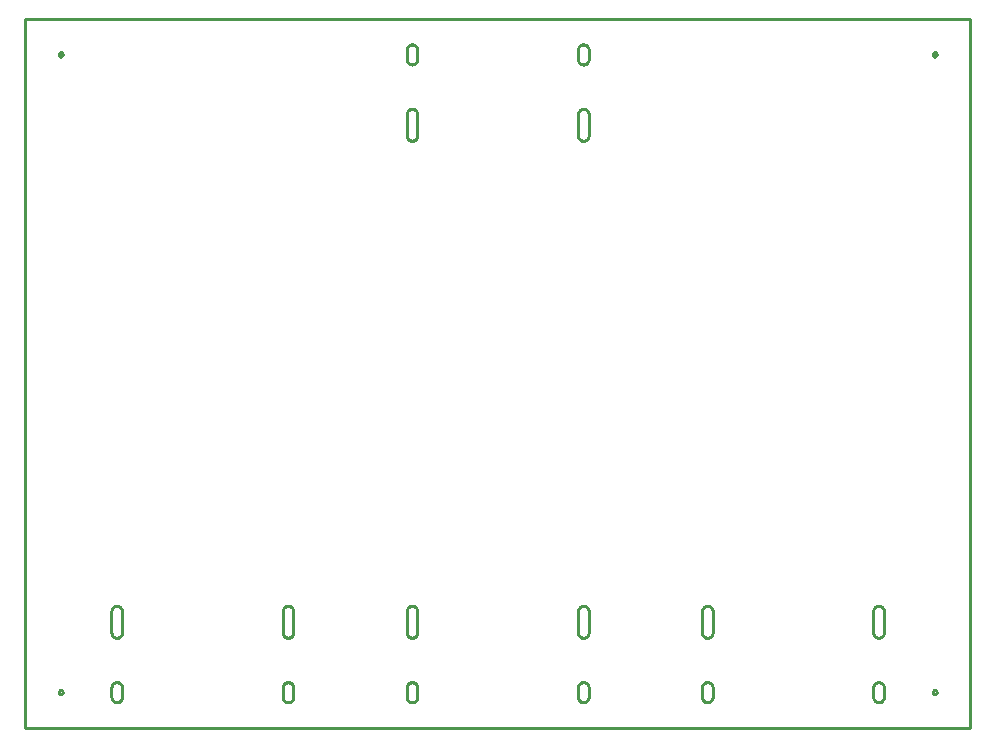
<source format=gbr>
G04 EAGLE Gerber RS-274X export*
G75*
%MOMM*%
%FSLAX34Y34*%
%LPD*%
%IN*%
%IPPOS*%
%AMOC8*
5,1,8,0,0,1.08239X$1,22.5*%
G01*
%ADD10C,0.254000*%


D10*
X0Y0D02*
X800000Y0D01*
X800000Y600000D01*
X0Y600000D01*
X0Y0D01*
X323000Y26000D02*
X323017Y25608D01*
X323068Y25219D01*
X323153Y24835D01*
X323271Y24461D01*
X323422Y24098D01*
X323603Y23750D01*
X323814Y23419D01*
X324053Y23107D01*
X324318Y22818D01*
X324607Y22553D01*
X324919Y22314D01*
X325250Y22103D01*
X325598Y21922D01*
X325961Y21771D01*
X326335Y21653D01*
X326719Y21568D01*
X327108Y21517D01*
X327500Y21500D01*
X327892Y21517D01*
X328281Y21568D01*
X328665Y21653D01*
X329039Y21771D01*
X329402Y21922D01*
X329750Y22103D01*
X330081Y22314D01*
X330393Y22553D01*
X330682Y22818D01*
X330947Y23107D01*
X331186Y23419D01*
X331397Y23750D01*
X331578Y24098D01*
X331729Y24461D01*
X331847Y24835D01*
X331932Y25219D01*
X331983Y25608D01*
X332000Y26000D01*
X332000Y34000D01*
X331983Y34392D01*
X331932Y34781D01*
X331847Y35165D01*
X331729Y35539D01*
X331578Y35902D01*
X331397Y36250D01*
X331186Y36581D01*
X330947Y36893D01*
X330682Y37182D01*
X330393Y37447D01*
X330081Y37686D01*
X329750Y37897D01*
X329402Y38078D01*
X329039Y38229D01*
X328665Y38347D01*
X328281Y38432D01*
X327892Y38483D01*
X327500Y38500D01*
X327108Y38483D01*
X326719Y38432D01*
X326335Y38347D01*
X325961Y38229D01*
X325598Y38078D01*
X325250Y37897D01*
X324919Y37686D01*
X324607Y37447D01*
X324318Y37182D01*
X324053Y36893D01*
X323814Y36581D01*
X323603Y36250D01*
X323422Y35902D01*
X323271Y35539D01*
X323153Y35165D01*
X323068Y34781D01*
X323017Y34392D01*
X323000Y34000D01*
X323000Y26000D01*
X323000Y80600D02*
X323017Y80208D01*
X323068Y79819D01*
X323153Y79435D01*
X323271Y79061D01*
X323422Y78698D01*
X323603Y78350D01*
X323814Y78019D01*
X324053Y77707D01*
X324318Y77418D01*
X324607Y77153D01*
X324919Y76914D01*
X325250Y76703D01*
X325598Y76522D01*
X325961Y76371D01*
X326335Y76253D01*
X326719Y76168D01*
X327108Y76117D01*
X327500Y76100D01*
X327892Y76117D01*
X328281Y76168D01*
X328665Y76253D01*
X329039Y76371D01*
X329402Y76522D01*
X329750Y76703D01*
X330081Y76914D01*
X330393Y77153D01*
X330682Y77418D01*
X330947Y77707D01*
X331186Y78019D01*
X331397Y78350D01*
X331578Y78698D01*
X331729Y79061D01*
X331847Y79435D01*
X331932Y79819D01*
X331983Y80208D01*
X332000Y80600D01*
X332000Y98600D01*
X331983Y98992D01*
X331932Y99381D01*
X331847Y99765D01*
X331729Y100139D01*
X331578Y100502D01*
X331397Y100850D01*
X331186Y101181D01*
X330947Y101493D01*
X330682Y101782D01*
X330393Y102047D01*
X330081Y102286D01*
X329750Y102497D01*
X329402Y102678D01*
X329039Y102829D01*
X328665Y102947D01*
X328281Y103032D01*
X327892Y103083D01*
X327500Y103100D01*
X327108Y103083D01*
X326719Y103032D01*
X326335Y102947D01*
X325961Y102829D01*
X325598Y102678D01*
X325250Y102497D01*
X324919Y102286D01*
X324607Y102047D01*
X324318Y101782D01*
X324053Y101493D01*
X323814Y101181D01*
X323603Y100850D01*
X323422Y100502D01*
X323271Y100139D01*
X323153Y99765D01*
X323068Y99381D01*
X323017Y98992D01*
X323000Y98600D01*
X323000Y80600D01*
X573000Y80600D02*
X573017Y80208D01*
X573068Y79819D01*
X573153Y79435D01*
X573271Y79061D01*
X573422Y78698D01*
X573603Y78350D01*
X573814Y78019D01*
X574053Y77707D01*
X574318Y77418D01*
X574607Y77153D01*
X574919Y76914D01*
X575250Y76703D01*
X575598Y76522D01*
X575961Y76371D01*
X576335Y76253D01*
X576719Y76168D01*
X577108Y76117D01*
X577500Y76100D01*
X577892Y76117D01*
X578281Y76168D01*
X578665Y76253D01*
X579039Y76371D01*
X579402Y76522D01*
X579750Y76703D01*
X580081Y76914D01*
X580393Y77153D01*
X580682Y77418D01*
X580947Y77707D01*
X581186Y78019D01*
X581397Y78350D01*
X581578Y78698D01*
X581729Y79061D01*
X581847Y79435D01*
X581932Y79819D01*
X581983Y80208D01*
X582000Y80600D01*
X582000Y98600D01*
X581983Y98992D01*
X581932Y99381D01*
X581847Y99765D01*
X581729Y100139D01*
X581578Y100502D01*
X581397Y100850D01*
X581186Y101181D01*
X580947Y101493D01*
X580682Y101782D01*
X580393Y102047D01*
X580081Y102286D01*
X579750Y102497D01*
X579402Y102678D01*
X579039Y102829D01*
X578665Y102947D01*
X578281Y103032D01*
X577892Y103083D01*
X577500Y103100D01*
X577108Y103083D01*
X576719Y103032D01*
X576335Y102947D01*
X575961Y102829D01*
X575598Y102678D01*
X575250Y102497D01*
X574919Y102286D01*
X574607Y102047D01*
X574318Y101782D01*
X574053Y101493D01*
X573814Y101181D01*
X573603Y100850D01*
X573422Y100502D01*
X573271Y100139D01*
X573153Y99765D01*
X573068Y99381D01*
X573017Y98992D01*
X573000Y98600D01*
X573000Y80600D01*
X573000Y26000D02*
X573017Y25608D01*
X573068Y25219D01*
X573153Y24835D01*
X573271Y24461D01*
X573422Y24098D01*
X573603Y23750D01*
X573814Y23419D01*
X574053Y23107D01*
X574318Y22818D01*
X574607Y22553D01*
X574919Y22314D01*
X575250Y22103D01*
X575598Y21922D01*
X575961Y21771D01*
X576335Y21653D01*
X576719Y21568D01*
X577108Y21517D01*
X577500Y21500D01*
X577892Y21517D01*
X578281Y21568D01*
X578665Y21653D01*
X579039Y21771D01*
X579402Y21922D01*
X579750Y22103D01*
X580081Y22314D01*
X580393Y22553D01*
X580682Y22818D01*
X580947Y23107D01*
X581186Y23419D01*
X581397Y23750D01*
X581578Y24098D01*
X581729Y24461D01*
X581847Y24835D01*
X581932Y25219D01*
X581983Y25608D01*
X582000Y26000D01*
X582000Y34000D01*
X581983Y34392D01*
X581932Y34781D01*
X581847Y35165D01*
X581729Y35539D01*
X581578Y35902D01*
X581397Y36250D01*
X581186Y36581D01*
X580947Y36893D01*
X580682Y37182D01*
X580393Y37447D01*
X580081Y37686D01*
X579750Y37897D01*
X579402Y38078D01*
X579039Y38229D01*
X578665Y38347D01*
X578281Y38432D01*
X577892Y38483D01*
X577500Y38500D01*
X577108Y38483D01*
X576719Y38432D01*
X576335Y38347D01*
X575961Y38229D01*
X575598Y38078D01*
X575250Y37897D01*
X574919Y37686D01*
X574607Y37447D01*
X574318Y37182D01*
X574053Y36893D01*
X573814Y36581D01*
X573603Y36250D01*
X573422Y35902D01*
X573271Y35539D01*
X573153Y35165D01*
X573068Y34781D01*
X573017Y34392D01*
X573000Y34000D01*
X573000Y26000D01*
X323000Y501400D02*
X323017Y501008D01*
X323068Y500619D01*
X323153Y500235D01*
X323271Y499861D01*
X323422Y499498D01*
X323603Y499150D01*
X323814Y498819D01*
X324053Y498507D01*
X324318Y498218D01*
X324607Y497953D01*
X324919Y497714D01*
X325250Y497503D01*
X325598Y497322D01*
X325961Y497171D01*
X326335Y497053D01*
X326719Y496968D01*
X327108Y496917D01*
X327500Y496900D01*
X327892Y496917D01*
X328281Y496968D01*
X328665Y497053D01*
X329039Y497171D01*
X329402Y497322D01*
X329750Y497503D01*
X330081Y497714D01*
X330393Y497953D01*
X330682Y498218D01*
X330947Y498507D01*
X331186Y498819D01*
X331397Y499150D01*
X331578Y499498D01*
X331729Y499861D01*
X331847Y500235D01*
X331932Y500619D01*
X331983Y501008D01*
X332000Y501400D01*
X332000Y519400D01*
X331983Y519792D01*
X331932Y520181D01*
X331847Y520565D01*
X331729Y520939D01*
X331578Y521302D01*
X331397Y521650D01*
X331186Y521981D01*
X330947Y522293D01*
X330682Y522582D01*
X330393Y522847D01*
X330081Y523086D01*
X329750Y523297D01*
X329402Y523478D01*
X329039Y523629D01*
X328665Y523747D01*
X328281Y523832D01*
X327892Y523883D01*
X327500Y523900D01*
X327108Y523883D01*
X326719Y523832D01*
X326335Y523747D01*
X325961Y523629D01*
X325598Y523478D01*
X325250Y523297D01*
X324919Y523086D01*
X324607Y522847D01*
X324318Y522582D01*
X324053Y522293D01*
X323814Y521981D01*
X323603Y521650D01*
X323422Y521302D01*
X323271Y520939D01*
X323153Y520565D01*
X323068Y520181D01*
X323017Y519792D01*
X323000Y519400D01*
X323000Y501400D01*
X323000Y566000D02*
X323017Y565608D01*
X323068Y565219D01*
X323153Y564835D01*
X323271Y564461D01*
X323422Y564098D01*
X323603Y563750D01*
X323814Y563419D01*
X324053Y563107D01*
X324318Y562818D01*
X324607Y562553D01*
X324919Y562314D01*
X325250Y562103D01*
X325598Y561922D01*
X325961Y561771D01*
X326335Y561653D01*
X326719Y561568D01*
X327108Y561517D01*
X327500Y561500D01*
X327892Y561517D01*
X328281Y561568D01*
X328665Y561653D01*
X329039Y561771D01*
X329402Y561922D01*
X329750Y562103D01*
X330081Y562314D01*
X330393Y562553D01*
X330682Y562818D01*
X330947Y563107D01*
X331186Y563419D01*
X331397Y563750D01*
X331578Y564098D01*
X331729Y564461D01*
X331847Y564835D01*
X331932Y565219D01*
X331983Y565608D01*
X332000Y566000D01*
X332000Y574000D01*
X331983Y574392D01*
X331932Y574781D01*
X331847Y575165D01*
X331729Y575539D01*
X331578Y575902D01*
X331397Y576250D01*
X331186Y576581D01*
X330947Y576893D01*
X330682Y577182D01*
X330393Y577447D01*
X330081Y577686D01*
X329750Y577897D01*
X329402Y578078D01*
X329039Y578229D01*
X328665Y578347D01*
X328281Y578432D01*
X327892Y578483D01*
X327500Y578500D01*
X327108Y578483D01*
X326719Y578432D01*
X326335Y578347D01*
X325961Y578229D01*
X325598Y578078D01*
X325250Y577897D01*
X324919Y577686D01*
X324607Y577447D01*
X324318Y577182D01*
X324053Y576893D01*
X323814Y576581D01*
X323603Y576250D01*
X323422Y575902D01*
X323271Y575539D01*
X323153Y575165D01*
X323068Y574781D01*
X323017Y574392D01*
X323000Y574000D01*
X323000Y566000D01*
X73000Y80600D02*
X73017Y80208D01*
X73068Y79819D01*
X73153Y79435D01*
X73271Y79061D01*
X73422Y78698D01*
X73603Y78350D01*
X73814Y78019D01*
X74053Y77707D01*
X74318Y77418D01*
X74607Y77153D01*
X74919Y76914D01*
X75250Y76703D01*
X75598Y76522D01*
X75961Y76371D01*
X76335Y76253D01*
X76719Y76168D01*
X77108Y76117D01*
X77500Y76100D01*
X77892Y76117D01*
X78281Y76168D01*
X78665Y76253D01*
X79039Y76371D01*
X79402Y76522D01*
X79750Y76703D01*
X80081Y76914D01*
X80393Y77153D01*
X80682Y77418D01*
X80947Y77707D01*
X81186Y78019D01*
X81397Y78350D01*
X81578Y78698D01*
X81729Y79061D01*
X81847Y79435D01*
X81932Y79819D01*
X81983Y80208D01*
X82000Y80600D01*
X82000Y98600D01*
X81983Y98992D01*
X81932Y99381D01*
X81847Y99765D01*
X81729Y100139D01*
X81578Y100502D01*
X81397Y100850D01*
X81186Y101181D01*
X80947Y101493D01*
X80682Y101782D01*
X80393Y102047D01*
X80081Y102286D01*
X79750Y102497D01*
X79402Y102678D01*
X79039Y102829D01*
X78665Y102947D01*
X78281Y103032D01*
X77892Y103083D01*
X77500Y103100D01*
X77108Y103083D01*
X76719Y103032D01*
X76335Y102947D01*
X75961Y102829D01*
X75598Y102678D01*
X75250Y102497D01*
X74919Y102286D01*
X74607Y102047D01*
X74318Y101782D01*
X74053Y101493D01*
X73814Y101181D01*
X73603Y100850D01*
X73422Y100502D01*
X73271Y100139D01*
X73153Y99765D01*
X73068Y99381D01*
X73017Y98992D01*
X73000Y98600D01*
X73000Y80600D01*
X73000Y26000D02*
X73017Y25608D01*
X73068Y25219D01*
X73153Y24835D01*
X73271Y24461D01*
X73422Y24098D01*
X73603Y23750D01*
X73814Y23419D01*
X74053Y23107D01*
X74318Y22818D01*
X74607Y22553D01*
X74919Y22314D01*
X75250Y22103D01*
X75598Y21922D01*
X75961Y21771D01*
X76335Y21653D01*
X76719Y21568D01*
X77108Y21517D01*
X77500Y21500D01*
X77892Y21517D01*
X78281Y21568D01*
X78665Y21653D01*
X79039Y21771D01*
X79402Y21922D01*
X79750Y22103D01*
X80081Y22314D01*
X80393Y22553D01*
X80682Y22818D01*
X80947Y23107D01*
X81186Y23419D01*
X81397Y23750D01*
X81578Y24098D01*
X81729Y24461D01*
X81847Y24835D01*
X81932Y25219D01*
X81983Y25608D01*
X82000Y26000D01*
X82000Y34000D01*
X81983Y34392D01*
X81932Y34781D01*
X81847Y35165D01*
X81729Y35539D01*
X81578Y35902D01*
X81397Y36250D01*
X81186Y36581D01*
X80947Y36893D01*
X80682Y37182D01*
X80393Y37447D01*
X80081Y37686D01*
X79750Y37897D01*
X79402Y38078D01*
X79039Y38229D01*
X78665Y38347D01*
X78281Y38432D01*
X77892Y38483D01*
X77500Y38500D01*
X77108Y38483D01*
X76719Y38432D01*
X76335Y38347D01*
X75961Y38229D01*
X75598Y38078D01*
X75250Y37897D01*
X74919Y37686D01*
X74607Y37447D01*
X74318Y37182D01*
X74053Y36893D01*
X73814Y36581D01*
X73603Y36250D01*
X73422Y35902D01*
X73271Y35539D01*
X73153Y35165D01*
X73068Y34781D01*
X73017Y34392D01*
X73000Y34000D01*
X73000Y26000D01*
X468000Y26000D02*
X468017Y25608D01*
X468068Y25219D01*
X468153Y24835D01*
X468271Y24461D01*
X468422Y24098D01*
X468603Y23750D01*
X468814Y23419D01*
X469053Y23107D01*
X469318Y22818D01*
X469607Y22553D01*
X469919Y22314D01*
X470250Y22103D01*
X470598Y21922D01*
X470961Y21771D01*
X471335Y21653D01*
X471719Y21568D01*
X472108Y21517D01*
X472500Y21500D01*
X472892Y21517D01*
X473281Y21568D01*
X473665Y21653D01*
X474039Y21771D01*
X474402Y21922D01*
X474750Y22103D01*
X475081Y22314D01*
X475393Y22553D01*
X475682Y22818D01*
X475947Y23107D01*
X476186Y23419D01*
X476397Y23750D01*
X476578Y24098D01*
X476729Y24461D01*
X476847Y24835D01*
X476932Y25219D01*
X476983Y25608D01*
X477000Y26000D01*
X477000Y34000D01*
X476983Y34392D01*
X476932Y34781D01*
X476847Y35165D01*
X476729Y35539D01*
X476578Y35902D01*
X476397Y36250D01*
X476186Y36581D01*
X475947Y36893D01*
X475682Y37182D01*
X475393Y37447D01*
X475081Y37686D01*
X474750Y37897D01*
X474402Y38078D01*
X474039Y38229D01*
X473665Y38347D01*
X473281Y38432D01*
X472892Y38483D01*
X472500Y38500D01*
X472108Y38483D01*
X471719Y38432D01*
X471335Y38347D01*
X470961Y38229D01*
X470598Y38078D01*
X470250Y37897D01*
X469919Y37686D01*
X469607Y37447D01*
X469318Y37182D01*
X469053Y36893D01*
X468814Y36581D01*
X468603Y36250D01*
X468422Y35902D01*
X468271Y35539D01*
X468153Y35165D01*
X468068Y34781D01*
X468017Y34392D01*
X468000Y34000D01*
X468000Y26000D01*
X468000Y80600D02*
X468017Y80208D01*
X468068Y79819D01*
X468153Y79435D01*
X468271Y79061D01*
X468422Y78698D01*
X468603Y78350D01*
X468814Y78019D01*
X469053Y77707D01*
X469318Y77418D01*
X469607Y77153D01*
X469919Y76914D01*
X470250Y76703D01*
X470598Y76522D01*
X470961Y76371D01*
X471335Y76253D01*
X471719Y76168D01*
X472108Y76117D01*
X472500Y76100D01*
X472892Y76117D01*
X473281Y76168D01*
X473665Y76253D01*
X474039Y76371D01*
X474402Y76522D01*
X474750Y76703D01*
X475081Y76914D01*
X475393Y77153D01*
X475682Y77418D01*
X475947Y77707D01*
X476186Y78019D01*
X476397Y78350D01*
X476578Y78698D01*
X476729Y79061D01*
X476847Y79435D01*
X476932Y79819D01*
X476983Y80208D01*
X477000Y80600D01*
X477000Y98600D01*
X476983Y98992D01*
X476932Y99381D01*
X476847Y99765D01*
X476729Y100139D01*
X476578Y100502D01*
X476397Y100850D01*
X476186Y101181D01*
X475947Y101493D01*
X475682Y101782D01*
X475393Y102047D01*
X475081Y102286D01*
X474750Y102497D01*
X474402Y102678D01*
X474039Y102829D01*
X473665Y102947D01*
X473281Y103032D01*
X472892Y103083D01*
X472500Y103100D01*
X472108Y103083D01*
X471719Y103032D01*
X471335Y102947D01*
X470961Y102829D01*
X470598Y102678D01*
X470250Y102497D01*
X469919Y102286D01*
X469607Y102047D01*
X469318Y101782D01*
X469053Y101493D01*
X468814Y101181D01*
X468603Y100850D01*
X468422Y100502D01*
X468271Y100139D01*
X468153Y99765D01*
X468068Y99381D01*
X468017Y98992D01*
X468000Y98600D01*
X468000Y80600D01*
X218000Y26000D02*
X218017Y25608D01*
X218068Y25219D01*
X218153Y24835D01*
X218271Y24461D01*
X218422Y24098D01*
X218603Y23750D01*
X218814Y23419D01*
X219053Y23107D01*
X219318Y22818D01*
X219607Y22553D01*
X219919Y22314D01*
X220250Y22103D01*
X220598Y21922D01*
X220961Y21771D01*
X221335Y21653D01*
X221719Y21568D01*
X222108Y21517D01*
X222500Y21500D01*
X222892Y21517D01*
X223281Y21568D01*
X223665Y21653D01*
X224039Y21771D01*
X224402Y21922D01*
X224750Y22103D01*
X225081Y22314D01*
X225393Y22553D01*
X225682Y22818D01*
X225947Y23107D01*
X226186Y23419D01*
X226397Y23750D01*
X226578Y24098D01*
X226729Y24461D01*
X226847Y24835D01*
X226932Y25219D01*
X226983Y25608D01*
X227000Y26000D01*
X227000Y34000D01*
X226983Y34392D01*
X226932Y34781D01*
X226847Y35165D01*
X226729Y35539D01*
X226578Y35902D01*
X226397Y36250D01*
X226186Y36581D01*
X225947Y36893D01*
X225682Y37182D01*
X225393Y37447D01*
X225081Y37686D01*
X224750Y37897D01*
X224402Y38078D01*
X224039Y38229D01*
X223665Y38347D01*
X223281Y38432D01*
X222892Y38483D01*
X222500Y38500D01*
X222108Y38483D01*
X221719Y38432D01*
X221335Y38347D01*
X220961Y38229D01*
X220598Y38078D01*
X220250Y37897D01*
X219919Y37686D01*
X219607Y37447D01*
X219318Y37182D01*
X219053Y36893D01*
X218814Y36581D01*
X218603Y36250D01*
X218422Y35902D01*
X218271Y35539D01*
X218153Y35165D01*
X218068Y34781D01*
X218017Y34392D01*
X218000Y34000D01*
X218000Y26000D01*
X718000Y80600D02*
X718017Y80208D01*
X718068Y79819D01*
X718153Y79435D01*
X718271Y79061D01*
X718422Y78698D01*
X718603Y78350D01*
X718814Y78019D01*
X719053Y77707D01*
X719318Y77418D01*
X719607Y77153D01*
X719919Y76914D01*
X720250Y76703D01*
X720598Y76522D01*
X720961Y76371D01*
X721335Y76253D01*
X721719Y76168D01*
X722108Y76117D01*
X722500Y76100D01*
X722892Y76117D01*
X723281Y76168D01*
X723665Y76253D01*
X724039Y76371D01*
X724402Y76522D01*
X724750Y76703D01*
X725081Y76914D01*
X725393Y77153D01*
X725682Y77418D01*
X725947Y77707D01*
X726186Y78019D01*
X726397Y78350D01*
X726578Y78698D01*
X726729Y79061D01*
X726847Y79435D01*
X726932Y79819D01*
X726983Y80208D01*
X727000Y80600D01*
X727000Y98600D01*
X726983Y98992D01*
X726932Y99381D01*
X726847Y99765D01*
X726729Y100139D01*
X726578Y100502D01*
X726397Y100850D01*
X726186Y101181D01*
X725947Y101493D01*
X725682Y101782D01*
X725393Y102047D01*
X725081Y102286D01*
X724750Y102497D01*
X724402Y102678D01*
X724039Y102829D01*
X723665Y102947D01*
X723281Y103032D01*
X722892Y103083D01*
X722500Y103100D01*
X722108Y103083D01*
X721719Y103032D01*
X721335Y102947D01*
X720961Y102829D01*
X720598Y102678D01*
X720250Y102497D01*
X719919Y102286D01*
X719607Y102047D01*
X719318Y101782D01*
X719053Y101493D01*
X718814Y101181D01*
X718603Y100850D01*
X718422Y100502D01*
X718271Y100139D01*
X718153Y99765D01*
X718068Y99381D01*
X718017Y98992D01*
X718000Y98600D01*
X718000Y80600D01*
X718000Y26000D02*
X718017Y25608D01*
X718068Y25219D01*
X718153Y24835D01*
X718271Y24461D01*
X718422Y24098D01*
X718603Y23750D01*
X718814Y23419D01*
X719053Y23107D01*
X719318Y22818D01*
X719607Y22553D01*
X719919Y22314D01*
X720250Y22103D01*
X720598Y21922D01*
X720961Y21771D01*
X721335Y21653D01*
X721719Y21568D01*
X722108Y21517D01*
X722500Y21500D01*
X722892Y21517D01*
X723281Y21568D01*
X723665Y21653D01*
X724039Y21771D01*
X724402Y21922D01*
X724750Y22103D01*
X725081Y22314D01*
X725393Y22553D01*
X725682Y22818D01*
X725947Y23107D01*
X726186Y23419D01*
X726397Y23750D01*
X726578Y24098D01*
X726729Y24461D01*
X726847Y24835D01*
X726932Y25219D01*
X726983Y25608D01*
X727000Y26000D01*
X727000Y34000D01*
X726983Y34392D01*
X726932Y34781D01*
X726847Y35165D01*
X726729Y35539D01*
X726578Y35902D01*
X726397Y36250D01*
X726186Y36581D01*
X725947Y36893D01*
X725682Y37182D01*
X725393Y37447D01*
X725081Y37686D01*
X724750Y37897D01*
X724402Y38078D01*
X724039Y38229D01*
X723665Y38347D01*
X723281Y38432D01*
X722892Y38483D01*
X722500Y38500D01*
X722108Y38483D01*
X721719Y38432D01*
X721335Y38347D01*
X720961Y38229D01*
X720598Y38078D01*
X720250Y37897D01*
X719919Y37686D01*
X719607Y37447D01*
X719318Y37182D01*
X719053Y36893D01*
X718814Y36581D01*
X718603Y36250D01*
X718422Y35902D01*
X718271Y35539D01*
X718153Y35165D01*
X718068Y34781D01*
X718017Y34392D01*
X718000Y34000D01*
X718000Y26000D01*
X468000Y501400D02*
X468017Y501008D01*
X468068Y500619D01*
X468153Y500235D01*
X468271Y499861D01*
X468422Y499498D01*
X468603Y499150D01*
X468814Y498819D01*
X469053Y498507D01*
X469318Y498218D01*
X469607Y497953D01*
X469919Y497714D01*
X470250Y497503D01*
X470598Y497322D01*
X470961Y497171D01*
X471335Y497053D01*
X471719Y496968D01*
X472108Y496917D01*
X472500Y496900D01*
X472892Y496917D01*
X473281Y496968D01*
X473665Y497053D01*
X474039Y497171D01*
X474402Y497322D01*
X474750Y497503D01*
X475081Y497714D01*
X475393Y497953D01*
X475682Y498218D01*
X475947Y498507D01*
X476186Y498819D01*
X476397Y499150D01*
X476578Y499498D01*
X476729Y499861D01*
X476847Y500235D01*
X476932Y500619D01*
X476983Y501008D01*
X477000Y501400D01*
X477000Y519400D01*
X476983Y519792D01*
X476932Y520181D01*
X476847Y520565D01*
X476729Y520939D01*
X476578Y521302D01*
X476397Y521650D01*
X476186Y521981D01*
X475947Y522293D01*
X475682Y522582D01*
X475393Y522847D01*
X475081Y523086D01*
X474750Y523297D01*
X474402Y523478D01*
X474039Y523629D01*
X473665Y523747D01*
X473281Y523832D01*
X472892Y523883D01*
X472500Y523900D01*
X472108Y523883D01*
X471719Y523832D01*
X471335Y523747D01*
X470961Y523629D01*
X470598Y523478D01*
X470250Y523297D01*
X469919Y523086D01*
X469607Y522847D01*
X469318Y522582D01*
X469053Y522293D01*
X468814Y521981D01*
X468603Y521650D01*
X468422Y521302D01*
X468271Y520939D01*
X468153Y520565D01*
X468068Y520181D01*
X468017Y519792D01*
X468000Y519400D01*
X468000Y501400D01*
X468000Y566000D02*
X468017Y565608D01*
X468068Y565219D01*
X468153Y564835D01*
X468271Y564461D01*
X468422Y564098D01*
X468603Y563750D01*
X468814Y563419D01*
X469053Y563107D01*
X469318Y562818D01*
X469607Y562553D01*
X469919Y562314D01*
X470250Y562103D01*
X470598Y561922D01*
X470961Y561771D01*
X471335Y561653D01*
X471719Y561568D01*
X472108Y561517D01*
X472500Y561500D01*
X472892Y561517D01*
X473281Y561568D01*
X473665Y561653D01*
X474039Y561771D01*
X474402Y561922D01*
X474750Y562103D01*
X475081Y562314D01*
X475393Y562553D01*
X475682Y562818D01*
X475947Y563107D01*
X476186Y563419D01*
X476397Y563750D01*
X476578Y564098D01*
X476729Y564461D01*
X476847Y564835D01*
X476932Y565219D01*
X476983Y565608D01*
X477000Y566000D01*
X477000Y574000D01*
X476983Y574392D01*
X476932Y574781D01*
X476847Y575165D01*
X476729Y575539D01*
X476578Y575902D01*
X476397Y576250D01*
X476186Y576581D01*
X475947Y576893D01*
X475682Y577182D01*
X475393Y577447D01*
X475081Y577686D01*
X474750Y577897D01*
X474402Y578078D01*
X474039Y578229D01*
X473665Y578347D01*
X473281Y578432D01*
X472892Y578483D01*
X472500Y578500D01*
X472108Y578483D01*
X471719Y578432D01*
X471335Y578347D01*
X470961Y578229D01*
X470598Y578078D01*
X470250Y577897D01*
X469919Y577686D01*
X469607Y577447D01*
X469318Y577182D01*
X469053Y576893D01*
X468814Y576581D01*
X468603Y576250D01*
X468422Y575902D01*
X468271Y575539D01*
X468153Y575165D01*
X468068Y574781D01*
X468017Y574392D01*
X468000Y574000D01*
X468000Y566000D01*
X218000Y80600D02*
X218017Y80208D01*
X218068Y79819D01*
X218153Y79435D01*
X218271Y79061D01*
X218422Y78698D01*
X218603Y78350D01*
X218814Y78019D01*
X219053Y77707D01*
X219318Y77418D01*
X219607Y77153D01*
X219919Y76914D01*
X220250Y76703D01*
X220598Y76522D01*
X220961Y76371D01*
X221335Y76253D01*
X221719Y76168D01*
X222108Y76117D01*
X222500Y76100D01*
X222892Y76117D01*
X223281Y76168D01*
X223665Y76253D01*
X224039Y76371D01*
X224402Y76522D01*
X224750Y76703D01*
X225081Y76914D01*
X225393Y77153D01*
X225682Y77418D01*
X225947Y77707D01*
X226186Y78019D01*
X226397Y78350D01*
X226578Y78698D01*
X226729Y79061D01*
X226847Y79435D01*
X226932Y79819D01*
X226983Y80208D01*
X227000Y80600D01*
X227000Y98600D01*
X226983Y98992D01*
X226932Y99381D01*
X226847Y99765D01*
X226729Y100139D01*
X226578Y100502D01*
X226397Y100850D01*
X226186Y101181D01*
X225947Y101493D01*
X225682Y101782D01*
X225393Y102047D01*
X225081Y102286D01*
X224750Y102497D01*
X224402Y102678D01*
X224039Y102829D01*
X223665Y102947D01*
X223281Y103032D01*
X222892Y103083D01*
X222500Y103100D01*
X222108Y103083D01*
X221719Y103032D01*
X221335Y102947D01*
X220961Y102829D01*
X220598Y102678D01*
X220250Y102497D01*
X219919Y102286D01*
X219607Y102047D01*
X219318Y101782D01*
X219053Y101493D01*
X218814Y101181D01*
X218603Y100850D01*
X218422Y100502D01*
X218271Y100139D01*
X218153Y99765D01*
X218068Y99381D01*
X218017Y98992D01*
X218000Y98600D01*
X218000Y80600D01*
X31750Y569828D02*
X31683Y569490D01*
X31551Y569171D01*
X31359Y568884D01*
X31116Y568641D01*
X30829Y568449D01*
X30510Y568317D01*
X30172Y568250D01*
X29828Y568250D01*
X29490Y568317D01*
X29171Y568449D01*
X28884Y568641D01*
X28641Y568884D01*
X28449Y569171D01*
X28317Y569490D01*
X28250Y569828D01*
X28250Y570172D01*
X28317Y570510D01*
X28449Y570829D01*
X28641Y571116D01*
X28884Y571359D01*
X29171Y571551D01*
X29490Y571683D01*
X29828Y571750D01*
X30172Y571750D01*
X30510Y571683D01*
X30829Y571551D01*
X31116Y571359D01*
X31359Y571116D01*
X31551Y570829D01*
X31683Y570510D01*
X31750Y570172D01*
X31750Y569828D01*
X31750Y29828D02*
X31683Y29490D01*
X31551Y29171D01*
X31359Y28884D01*
X31116Y28641D01*
X30829Y28449D01*
X30510Y28317D01*
X30172Y28250D01*
X29828Y28250D01*
X29490Y28317D01*
X29171Y28449D01*
X28884Y28641D01*
X28641Y28884D01*
X28449Y29171D01*
X28317Y29490D01*
X28250Y29828D01*
X28250Y30172D01*
X28317Y30510D01*
X28449Y30829D01*
X28641Y31116D01*
X28884Y31359D01*
X29171Y31551D01*
X29490Y31683D01*
X29828Y31750D01*
X30172Y31750D01*
X30510Y31683D01*
X30829Y31551D01*
X31116Y31359D01*
X31359Y31116D01*
X31551Y30829D01*
X31683Y30510D01*
X31750Y30172D01*
X31750Y29828D01*
X771750Y569828D02*
X771683Y569490D01*
X771551Y569171D01*
X771359Y568884D01*
X771116Y568641D01*
X770829Y568449D01*
X770510Y568317D01*
X770172Y568250D01*
X769828Y568250D01*
X769490Y568317D01*
X769171Y568449D01*
X768884Y568641D01*
X768641Y568884D01*
X768449Y569171D01*
X768317Y569490D01*
X768250Y569828D01*
X768250Y570172D01*
X768317Y570510D01*
X768449Y570829D01*
X768641Y571116D01*
X768884Y571359D01*
X769171Y571551D01*
X769490Y571683D01*
X769828Y571750D01*
X770172Y571750D01*
X770510Y571683D01*
X770829Y571551D01*
X771116Y571359D01*
X771359Y571116D01*
X771551Y570829D01*
X771683Y570510D01*
X771750Y570172D01*
X771750Y569828D01*
X771750Y29828D02*
X771683Y29490D01*
X771551Y29171D01*
X771359Y28884D01*
X771116Y28641D01*
X770829Y28449D01*
X770510Y28317D01*
X770172Y28250D01*
X769828Y28250D01*
X769490Y28317D01*
X769171Y28449D01*
X768884Y28641D01*
X768641Y28884D01*
X768449Y29171D01*
X768317Y29490D01*
X768250Y29828D01*
X768250Y30172D01*
X768317Y30510D01*
X768449Y30829D01*
X768641Y31116D01*
X768884Y31359D01*
X769171Y31551D01*
X769490Y31683D01*
X769828Y31750D01*
X770172Y31750D01*
X770510Y31683D01*
X770829Y31551D01*
X771116Y31359D01*
X771359Y31116D01*
X771551Y30829D01*
X771683Y30510D01*
X771750Y30172D01*
X771750Y29828D01*
M02*

</source>
